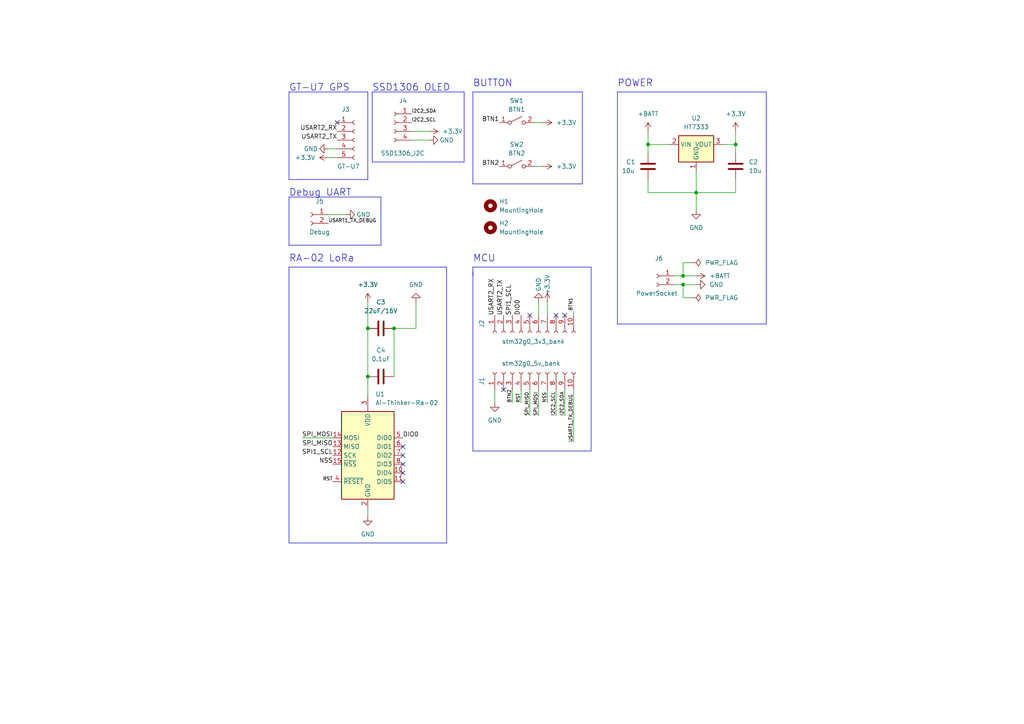
<source format=kicad_sch>
(kicad_sch (version 20230121) (generator eeschema)
  (paper "A4")
  (title_block (title "LoRa transmitter") (date "2023-09-23") (rev "0.1") (company "Michal Piekos"))
  (lib_symbols
    (symbol "Connector:Conn_01x02_Socket" (pin_names (offset 1.016) hide)
      (property "Reference" "J" (at 0 2.54 0))
      (property "Value" "Conn_01x02_Socket" (at 0 -5.08 0))
      (symbol "Conn_01x02_Socket_1_1"
        (arc (start 0 -2.032) (mid -0.5058 -2.54) (end 0 -3.048) (stroke (width 0.1524)))
        (polyline (pts (xy -1.27 -2.54) (xy -0.508 -2.54)) (stroke (width 0.1524)))
        (polyline (pts (xy -1.27 0) (xy -0.508 0)) (stroke (width 0.1524)))
        (arc (start 0 0.508) (mid -0.5058 0) (end 0 -0.508) (stroke (width 0.1524)))
        (pin passive line (at -5.08 0 0) (length 3.81) (name "Pin_1") (number "1"))
        (pin passive line (at -5.08 -2.54 0) (length 3.81) (name "Pin_2") (number "2"))
      )
    )
    (symbol "Connector:Conn_01x04_Socket" (pin_names (offset 1.016) hide)
      (property "Reference" "J" (at 0 5.08 0))
      (property "Value" "Conn_01x04_Socket" (at 0 -7.62 0))
      (symbol "Conn_01x04_Socket_1_1"
        (arc (start 0 -4.572) (mid -0.5058 -5.08) (end 0 -5.588) (stroke (width 0.1524)))
        (arc (start 0 -2.032) (mid -0.5058 -2.54) (end 0 -3.048) (stroke (width 0.1524)))
        (polyline (pts (xy -1.27 -5.08) (xy -0.508 -5.08)) (stroke (width 0.1524)))
        (polyline (pts (xy -1.27 -2.54) (xy -0.508 -2.54)) (stroke (width 0.1524)))
        (polyline (pts (xy -1.27 0) (xy -0.508 0)) (stroke (width 0.1524)))
        (polyline (pts (xy -1.27 2.54) (xy -0.508 2.54)) (stroke (width 0.1524)))
        (arc (start 0 0.508) (mid -0.5058 0) (end 0 -0.508) (stroke (width 0.1524)))
        (arc (start 0 3.048) (mid -0.5058 2.54) (end 0 2.032) (stroke (width 0.1524)))
        (pin passive line (at -5.08 2.54 0) (length 3.81) (name "Pin_1") (number "1"))
        (pin passive line (at -5.08 0 0) (length 3.81) (name "Pin_2") (number "2"))
        (pin passive line (at -5.08 -2.54 0) (length 3.81) (name "Pin_3") (number "3"))
        (pin passive line (at -5.08 -5.08 0) (length 3.81) (name "Pin_4") (number "4"))
      )
    )
    (symbol "Connector:Conn_01x05_Socket" (pin_names (offset 1.016) hide)
      (property "Reference" "J" (at 0 7.62 0))
      (property "Value" "Conn_01x05_Socket" (at 0 -7.62 0))
      (symbol "Conn_01x05_Socket_1_1"
        (arc (start 0 -4.572) (mid -0.5058 -5.08) (end 0 -5.588) (stroke (width 0.1524)))
        (arc (start 0 -2.032) (mid -0.5058 -2.54) (end 0 -3.048) (stroke (width 0.1524)))
        (polyline (pts (xy -1.27 -5.08) (xy -0.508 -5.08)) (stroke (width 0.1524)))
        (polyline (pts (xy -1.27 -2.54) (xy -0.508 -2.54)) (stroke (width 0.1524)))
        (polyline (pts (xy -1.27 0) (xy -0.508 0)) (stroke (width 0.1524)))
        (polyline (pts (xy -1.27 2.54) (xy -0.508 2.54)) (stroke (width 0.1524)))
        (polyline (pts (xy -1.27 5.08) (xy -0.508 5.08)) (stroke (width 0.1524)))
        (arc (start 0 0.508) (mid -0.5058 0) (end 0 -0.508) (stroke (width 0.1524)))
        (arc (start 0 3.048) (mid -0.5058 2.54) (end 0 2.032) (stroke (width 0.1524)))
        (arc (start 0 5.588) (mid -0.5058 5.08) (end 0 4.572) (stroke (width 0.1524)))
        (pin passive line (at -5.08 5.08 0) (length 3.81) (name "Pin_1") (number "1"))
        (pin passive line (at -5.08 2.54 0) (length 3.81) (name "Pin_2") (number "2"))
        (pin passive line (at -5.08 0 0) (length 3.81) (name "Pin_3") (number "3"))
        (pin passive line (at -5.08 -2.54 0) (length 3.81) (name "Pin_4") (number "4"))
        (pin passive line (at -5.08 -5.08 0) (length 3.81) (name "Pin_5") (number "5"))
      )
    )
    (symbol "Connector:Conn_01x10_Socket" (pin_names (offset 1.016) hide)
      (property "Reference" "J" (at 0 12.7 0))
      (property "Value" "Conn_01x10_Socket" (at 0 -15.24 0))
      (symbol "Conn_01x10_Socket_1_1"
        (arc (start 0 -12.192) (mid -0.5058 -12.7) (end 0 -13.208) (stroke (width 0.1524)))
        (arc (start 0 -9.652) (mid -0.5058 -10.16) (end 0 -10.668) (stroke (width 0.1524)))
        (arc (start 0 -7.112) (mid -0.5058 -7.62) (end 0 -8.128) (stroke (width 0.1524)))
        (arc (start 0 -4.572) (mid -0.5058 -5.08) (end 0 -5.588) (stroke (width 0.1524)))
        (arc (start 0 -2.032) (mid -0.5058 -2.54) (end 0 -3.048) (stroke (width 0.1524)))
        (polyline (pts (xy -1.27 -12.7) (xy -0.508 -12.7)) (stroke (width 0.1524)))
        (polyline (pts (xy -1.27 -10.16) (xy -0.508 -10.16)) (stroke (width 0.1524)))
        (polyline (pts (xy -1.27 -7.62) (xy -0.508 -7.62)) (stroke (width 0.1524)))
        (polyline (pts (xy -1.27 -5.08) (xy -0.508 -5.08)) (stroke (width 0.1524)))
        (polyline (pts (xy -1.27 -2.54) (xy -0.508 -2.54)) (stroke (width 0.1524)))
        (polyline (pts (xy -1.27 0) (xy -0.508 0)) (stroke (width 0.1524)))
        (polyline (pts (xy -1.27 2.54) (xy -0.508 2.54)) (stroke (width 0.1524)))
        (polyline (pts (xy -1.27 5.08) (xy -0.508 5.08)) (stroke (width 0.1524)))
        (polyline (pts (xy -1.27 7.62) (xy -0.508 7.62)) (stroke (width 0.1524)))
        (polyline (pts (xy -1.27 10.16) (xy -0.508 10.16)) (stroke (width 0.1524)))
        (arc (start 0 0.508) (mid -0.5058 0) (end 0 -0.508) (stroke (width 0.1524)))
        (arc (start 0 3.048) (mid -0.5058 2.54) (end 0 2.032) (stroke (width 0.1524)))
        (arc (start 0 5.588) (mid -0.5058 5.08) (end 0 4.572) (stroke (width 0.1524)))
        (arc (start 0 8.128) (mid -0.5058 7.62) (end 0 7.112) (stroke (width 0.1524)))
        (arc (start 0 10.668) (mid -0.5058 10.16) (end 0 9.652) (stroke (width 0.1524)))
        (pin passive line (at -5.08 10.16 0) (length 3.81) (name "Pin_1") (number "1"))
        (pin passive line (at -5.08 -12.7 0) (length 3.81) (name "Pin_10") (number "10"))
        (pin passive line (at -5.08 7.62 0) (length 3.81) (name "Pin_2") (number "2"))
        (pin passive line (at -5.08 5.08 0) (length 3.81) (name "Pin_3") (number "3"))
        (pin passive line (at -5.08 2.54 0) (length 3.81) (name "Pin_4") (number "4"))
        (pin passive line (at -5.08 0 0) (length 3.81) (name "Pin_5") (number "5"))
        (pin passive line (at -5.08 -2.54 0) (length 3.81) (name "Pin_6") (number "6"))
        (pin passive line (at -5.08 -5.08 0) (length 3.81) (name "Pin_7") (number "7"))
        (pin passive line (at -5.08 -7.62 0) (length 3.81) (name "Pin_8") (number "8"))
        (pin passive line (at -5.08 -10.16 0) (length 3.81) (name "Pin_9") (number "9"))
      )
    )
    (symbol "Device:C" (pin_numbers hide) (pin_names (offset 0.254))
      (property "Reference" "C" (at 0.635 2.54 0))
      (property "Value" "C" (at 0.635 -2.54 0))
      (symbol "C_0_1"
        (polyline (pts (xy -2.032 -0.762) (xy 2.032 -0.762)) (stroke (width 0.508)))
        (polyline (pts (xy -2.032 0.762) (xy 2.032 0.762)) (stroke (width 0.508)))
      )
      (symbol "C_1_1"
        (pin passive line (at 0 3.81 270) (length 2.794) (name "~") (number "1"))
        (pin passive line (at 0 -3.81 90) (length 2.794) (name "~") (number "2"))
      )
    )
    (symbol "Mechanical:MountingHole" (pin_names (offset 1.016))
      (property "Reference" "H" (at 0 5.08 0))
      (property "Value" "MountingHole" (at 0 3.175 0))
      (symbol "MountingHole_0_1"
        (circle (center 0 0) (radius 1.27) (stroke (width 1.27)))
      )
    )
    (symbol "RF_Module:Ai-Thinker-Ra-02"
      (property "Reference" "U" (at 2.54 19.05 0))
      (property "Value" "Ai-Thinker-Ra-02" (at 13.97 -15.24 0))
      (symbol "Ai-Thinker-Ra-02_0_1"
        (rectangle (start -7.62 12.7) (end 7.62 -12.7) (stroke (width 0.254)) (fill (type background)))
      )
      (symbol "Ai-Thinker-Ra-02_1_1"
        (pin passive line (at 0 -15.24 90) (length 2.54) hide (name "GND") (number "1"))
        (pin bidirectional line (at 10.16 -5.08 180) (length 2.54) (name "DIO4") (number "10"))
        (pin bidirectional line (at 10.16 -7.62 180) (length 2.54) (name "DIO5") (number "11"))
        (pin input line (at -10.16 0 0) (length 2.54) (name "SCK") (number "12"))
        (pin output line (at -10.16 2.54 0) (length 2.54) (name "MISO") (number "13"))
        (pin input line (at -10.16 5.08 0) (length 2.54) (name "MOSI") (number "14"))
        (pin input line (at -10.16 -2.54 0) (length 2.54) (name "~{NSS}") (number "15"))
        (pin passive line (at 0 -15.24 90) (length 2.54) hide (name "GND") (number "16"))
        (pin power_in line (at 0 -15.24 90) (length 2.54) (name "GND") (number "2"))
        (pin power_in line (at 0 17.78 270) (length 5.08) (name "VDD") (number "3"))
        (pin input line (at -10.16 -7.62 0) (length 2.54) (name "~{RESET}") (number "4"))
        (pin bidirectional line (at 10.16 5.08 180) (length 2.54) (name "DIO0") (number "5"))
        (pin bidirectional line (at 10.16 2.54 180) (length 2.54) (name "DIO1") (number "6"))
        (pin bidirectional line (at 10.16 0 180) (length 2.54) (name "DIO2") (number "7"))
        (pin bidirectional line (at 10.16 -2.54 180) (length 2.54) (name "DIO3") (number "8"))
        (pin passive line (at 0 -15.24 90) (length 2.54) hide (name "GND") (number "9"))
      )
    )
    (symbol "Regulator_Linear:HT75xx-1-SOT89"
      (property "Reference" "U" (at -5.08 -3.81 0))
      (property "Value" "HT75xx-1-SOT89" (at 0 6.35 0))
      (symbol "HT75xx-1-SOT89_0_1"
        (rectangle (start -5.08 5.08) (end 5.08 -2.54) (stroke (width 0.254)) (fill (type background)))
      )
      (symbol "HT75xx-1-SOT89_1_1"
        (pin power_in line (at 0 -5.08 90) (length 2.54) (name "GND") (number "1"))
        (pin power_in line (at -7.62 2.54 0) (length 2.54) (name "VIN") (number "2"))
        (pin power_out line (at 7.62 2.54 180) (length 2.54) (name "VOUT") (number "3"))
      )
    )
    (symbol "Switch:SW_SPST" (pin_names (offset 0) hide)
      (property "Reference" "SW" (at 0 3.175 0))
      (property "Value" "SW_SPST" (at 0 -2.54 0))
      (symbol "SW_SPST_0_0"
        (circle (center -2.032 0) (radius 0.508))
        (polyline (pts (xy -1.524 0.254) (xy 1.524 1.778)))
        (circle (center 2.032 0) (radius 0.508))
      )
      (symbol "SW_SPST_1_1"
        (pin passive line (at -5.08 0 0) (length 2.54) (name "A") (number "1"))
        (pin passive line (at 5.08 0 180) (length 2.54) (name "B") (number "2"))
      )
    )
    (symbol "power:+3.3V" (power) (pin_names (offset 0))
      (property "Value" "+3.3V" (at 0 3.556 0))
      (symbol "+3.3V_0_1"
        (polyline (pts (xy -0.762 1.27) (xy 0 2.54)))
        (polyline (pts (xy 0 0) (xy 0 2.54)))
        (polyline (pts (xy 0 2.54) (xy 0.762 1.27)))
      )
      (symbol "+3.3V_1_1"
        (pin power_in line (at 0 0 90) (length 0) hide (name "+3.3V") (number "1"))
      )
    )
    (symbol "power:+BATT" (power) (pin_names (offset 0))
      (property "Value" "+BATT" (at 0 3.556 0))
      (symbol "+BATT_0_1"
        (polyline (pts (xy -0.762 1.27) (xy 0 2.54)))
        (polyline (pts (xy 0 0) (xy 0 2.54)))
        (polyline (pts (xy 0 2.54) (xy 0.762 1.27)))
      )
      (symbol "+BATT_1_1"
        (pin power_in line (at 0 0 90) (length 0) hide (name "+BATT") (number "1"))
      )
    )
    (symbol "power:GND" (power) (pin_names (offset 0))
      (property "Value" "GND" (at 0 -3.81 0))
      (symbol "GND_0_1"
        (polyline (pts (xy 0 0) (xy 0 -1.27) (xy 1.27 -1.27) (xy 0 -2.54) (xy -1.27 -1.27) (xy 0 -1.27)))
      )
      (symbol "GND_1_1"
        (pin power_in line (at 0 0 270) (length 0) hide (name "GND") (number "1"))
      )
    )
    (symbol "power:PWR_FLAG" (power) (pin_numbers hide) (pin_names (offset 0) hide)
      (property "Value" "PWR_FLAG" (at 0 3.81 0))
      (symbol "PWR_FLAG_0_0"
        (pin power_out line (at 0 0 90) (length 0) (name "pwr") (number "1"))
      )
      (symbol "PWR_FLAG_0_1"
        (polyline (pts (xy 0 0) (xy 0 1.27) (xy -1.016 1.905) (xy 0 2.54) (xy 1.016 1.905) (xy 0 1.27)))
      )
    )
  )
  (junction (at 213.36 41.91))
  (junction (at 198.12 82.55))
  (junction (at 201.93 55.88))
  (junction (at 106.68 109.22))
  (junction (at 114.3 95.25))
  (junction (at 106.68 95.25))
  (junction (at 198.12 80.01))
  (junction (at 187.96 41.91))
  (no_connect (at 97.79 35.56))
  (no_connect (at 116.84 129.54))
  (no_connect (at 153.67 91.44))
  (no_connect (at 161.29 91.44))
  (no_connect (at 116.84 132.08))
  (no_connect (at 163.83 91.44))
  (no_connect (at 146.05 113.03))
  (no_connect (at 116.84 137.16))
  (no_connect (at 116.84 134.62))
  (no_connect (at 116.84 139.7))
  (wire (pts (xy 198.12 76.2) (xy 198.12 80.01)))
  (wire (pts (xy 95.25 62.23) (xy 100.33 62.23)))
  (polyline (pts (xy 83.82 78.74) (xy 83.82 157.48)))
  (polyline (pts (xy 137.16 26.67) (xy 168.91 26.67)))
  (wire (pts (xy 95.25 45.72) (xy 97.79 45.72)))
  (wire (pts (xy 201.93 49.53) (xy 201.93 55.88)))
  (wire (pts (xy 166.37 90.17) (xy 166.37 91.44)))
  (polyline (pts (xy 168.91 53.34) (xy 137.16 53.34)))
  (wire (pts (xy 120.65 87.63) (xy 120.65 95.25)))
  (wire (pts (xy 201.93 55.88) (xy 201.93 60.96)))
  (wire (pts (xy 198.12 86.36) (xy 198.12 82.55)))
  (wire (pts (xy 213.36 55.88) (xy 201.93 55.88)))
  (polyline (pts (xy 137.16 78.74) (xy 137.16 130.81)))
  (polyline (pts (xy 179.07 93.98) (xy 222.25 93.98)))
  (wire (pts (xy 154.94 35.56) (xy 157.48 35.56)))
  (wire (pts (xy 187.96 44.45) (xy 187.96 41.91)))
  (wire (pts (xy 213.36 41.91) (xy 213.36 44.45)))
  (wire (pts (xy 154.94 48.26) (xy 157.48 48.26)))
  (polyline (pts (xy 222.25 26.67) (xy 179.07 26.67)))
  (polyline (pts (xy 107.95 26.67) (xy 107.95 46.99)))
  (wire (pts (xy 200.66 76.2) (xy 198.12 76.2)))
  (polyline (pts (xy 137.16 77.47) (xy 137.16 80.01)))
  (wire (pts (xy 119.38 40.64) (xy 124.46 40.64)))
  (polyline (pts (xy 137.16 130.81) (xy 171.45 130.81)))
  (wire (pts (xy 200.66 86.36) (xy 198.12 86.36)))
  (wire (pts (xy 195.58 80.01) (xy 198.12 80.01)))
  (wire (pts (xy 148.59 116.84) (xy 148.59 113.03)))
  (wire (pts (xy 106.68 147.32) (xy 106.68 149.86)))
  (wire (pts (xy 114.3 95.25) (xy 114.3 109.22)))
  (wire (pts (xy 195.58 82.55) (xy 198.12 82.55)))
  (wire (pts (xy 213.36 52.07) (xy 213.36 55.88)))
  (polyline (pts (xy 107.95 46.99) (xy 134.62 46.99)))
  (polyline (pts (xy 107.95 26.67) (xy 134.62 26.67)))
  (wire (pts (xy 87.63 127) (xy 96.52 127)))
  (wire (pts (xy 158.75 87.63) (xy 158.75 91.44)))
  (polyline (pts (xy 83.82 157.48) (xy 129.54 157.48)))
  (polyline (pts (xy 129.54 77.47) (xy 83.82 77.47)))
  (polyline (pts (xy 83.82 77.47) (xy 83.82 78.74)))
  (polyline (pts (xy 83.82 57.15) (xy 83.82 71.12)))
  (wire (pts (xy 209.55 41.91) (xy 213.36 41.91)))
  (polyline (pts (xy 134.62 46.99) (xy 134.62 26.67)))
  (polyline (pts (xy 106.68 52.07) (xy 106.68 26.67)))
  (wire (pts (xy 153.67 120.65) (xy 153.67 113.03)))
  (polyline (pts (xy 129.54 157.48) (xy 129.54 77.47)))
  (wire (pts (xy 106.68 95.25) (xy 106.68 109.22)))
  (polyline (pts (xy 171.45 130.81) (xy 171.45 77.47)))
  (wire (pts (xy 163.83 120.65) (xy 163.83 113.03)))
  (wire (pts (xy 187.96 38.1) (xy 187.96 41.91)))
  (wire (pts (xy 106.68 87.63) (xy 106.68 95.25)))
  (wire (pts (xy 198.12 80.01) (xy 201.93 80.01)))
  (wire (pts (xy 95.25 43.18) (xy 97.79 43.18)))
  (polyline (pts (xy 83.82 57.15) (xy 110.49 57.15)))
  (polyline (pts (xy 83.82 26.67) (xy 83.82 52.07)))
  (wire (pts (xy 194.31 41.91) (xy 187.96 41.91)))
  (wire (pts (xy 156.21 120.65) (xy 156.21 113.03)))
  (polyline (pts (xy 83.82 26.67) (xy 106.68 26.67)))
  (polyline (pts (xy 137.16 26.67) (xy 137.16 53.34)))
  (polyline (pts (xy 222.25 93.98) (xy 222.25 26.67)))
  (polyline (pts (xy 179.07 26.67) (xy 179.07 93.98)))
  (wire (pts (xy 198.12 82.55) (xy 201.93 82.55)))
  (wire (pts (xy 166.37 128.27) (xy 166.37 113.03)))
  (polyline (pts (xy 110.49 57.15) (xy 110.49 71.12)))
  (wire (pts (xy 187.96 55.88) (xy 201.93 55.88)))
  (wire (pts (xy 151.13 116.84) (xy 151.13 113.03)))
  (wire (pts (xy 158.75 113.03) (xy 158.75 116.84)))
  (wire (pts (xy 120.65 95.25) (xy 114.3 95.25)))
  (wire (pts (xy 187.96 52.07) (xy 187.96 55.88)))
  (polyline (pts (xy 83.82 52.07) (xy 106.68 52.07)))
  (wire (pts (xy 106.68 109.22) (xy 106.68 114.3)))
  (polyline (pts (xy 171.45 77.47) (xy 137.16 77.47)))
  (polyline (pts (xy 168.91 26.67) (xy 168.91 53.34)))
  (wire (pts (xy 119.38 38.1) (xy 124.46 38.1)))
  (wire (pts (xy 213.36 38.1) (xy 213.36 41.91)))
  (wire (pts (xy 143.51 113.03) (xy 143.51 116.84)))
  (wire (pts (xy 156.21 87.63) (xy 156.21 91.44)))
  (polyline (pts (xy 110.49 71.12) (xy 83.82 71.12)))
  (wire (pts (xy 161.29 120.65) (xy 161.29 113.03)))
  (text "MCU" (at 137.16 76.2 0) (effects (font (size 2 2)) (justify left bottom)))
  (text "GT-U7 GPS" (at 83.82 26.67 0) (effects (font (size 2 2)) (justify left bottom)))
  (text "Debug UART" (at 83.82 57.15 0) (effects (font (size 2 2)) (justify left bottom)))
  (text "POWER" (at 179.07 25.4 0) (effects (font (size 2 2)) (justify left bottom)))
  (text "BUTTON" (at 137.16 25.4 0) (effects (font (size 2 2)) (justify left bottom)))
  (text "SSD1306 OLED" (at 107.95 26.67 0) (effects (font (size 2 2)) (justify left bottom)))
  (text "RA-02 LoRa" (at 83.82 76.2 0) (effects (font (size 2 2)) (justify left bottom)))
  (label "USART2_RX" (at 97.79 38.1 180))
  (label "I2C2_SCL" (at 161.29 120.65 90) (effects (font (size 1 1))))
  (label "BTN2" (at 148.59 116.84 90) (effects (font (size 1 1))))
  (label "BTN1" (at 144.78 35.56 180))
  (label "SPI_MISO" (at 96.52 129.54 180))
  (label "USART2_TX" (at 146.05 91.44 90))
  (label "RST" (at 151.13 116.84 90) (effects (font (size 1 1))))
  (label "NSS" (at 96.52 134.62 180))
  (label "I2C2_SDA" (at 163.83 120.65 90) (effects (font (size 1 1))))
  (label "NSS" (at 158.75 116.84 90) (effects (font (size 1 1))))
  (label "USART1_TX_DEBUG" (at 95.25 64.77 0) (effects (font (size 1 1))))
  (label "DIO0" (at 116.84 127 0))
  (label "BTN1" (at 166.37 90.17 90) (effects (font (size 1 1))))
  (label "SPI_MOSI" (at 87.63 127 0))
  (label "USART1_TX_DEBUG" (at 166.37 128.27 90) (effects (font (size 1 1))))
  (label "RST" (at 96.52 139.7 180) (effects (font (size 1 1))))
  (label "I2C2_SCL" (at 119.38 35.56 0) (effects (font (size 1 1))))
  (label "SPI1_SCL" (at 148.59 91.44 90))
  (label "BTN2" (at 144.78 48.26 180))
  (label "DIO0" (at 151.13 91.44 90))
  (label "I2C2_SDA" (at 119.38 33.02 0) (effects (font (size 1 1))))
  (label "SPI_MISO" (at 153.67 120.65 90) (effects (font (size 1 1))))
  (label "SPI1_SCL" (at 96.52 132.08 180))
  (label "USART2_RX" (at 143.51 91.44 90))
  (label "SPI_MOSI" (at 156.21 120.65 90) (effects (font (size 1 1))))
  (label "USART2_TX" (at 97.79 40.64 180))
  (symbol (lib_id "Device:C") (at 110.49 109.22 90) (unit 1)
    (property "Reference" "C4" (at 110.49 101.6 90))
    (property "Value" "0.1uF" (at 110.49 104.14 90))
    (property "Footprint" "Capacitor_SMD:C_0805_2012Metric_Pad1.18x1.45mm_HandSolder" (effects hide))
  )
  (symbol (lib_id "power:GND") (at 100.33 62.23 90) (mirror x) (unit 1)
    (property "Reference" "#PWR014" (effects hide))
    (property "Value" "GND" (at 105.41 62.23 90))
  )
  (symbol (lib_id "Connector:Conn_01x02_Socket") (at 190.5 80.01 0) (mirror y) (unit 1)
    (property "Reference" "J6" (at 191.135 74.93 0))
    (property "Value" "PowerSocket" (at 190.5 85.09 0))
    (property "Footprint" "Connector_PinHeader_2.54mm:PinHeader_1x02_P2.54mm_Vertical" (effects hide))
  )
  (symbol (lib_id "power:PWR_FLAG") (at 200.66 86.36 270) (unit 1)
    (property "Reference" "#FLG04" (effects hide))
    (property "Value" "PWR_FLAG" (at 204.47 86.36 90) (effects (justify left)))
  )
  (symbol (lib_id "Mechanical:MountingHole") (at 142.24 59.69 0) (unit 1)
    (property "Reference" "H1" (at 144.78 58.42 0) (effects (justify left)))
    (property "Value" "MountingHole" (at 144.78 60.96 0) (effects (justify left)))
    (property "Footprint" "MountingHole:MountingHole_3.2mm_M3_DIN965_Pad_TopBottom" (effects hide))
  )
  (symbol (lib_id "RF_Module:Ai-Thinker-Ra-02") (at 106.68 132.08 0) (unit 1)
    (property "Reference" "U1" (at 108.8741 114.3 0) (effects (justify left)))
    (property "Value" "Ai-Thinker-Ra-02" (at 108.8741 116.84 0) (effects (justify left)))
    (property "Footprint" "RF_Module:Ai-Thinker-Ra-01-LoRa" (effects hide))
    (property "Datasheet" "http://wiki.ai-thinker.com/_media/lora/docs/c048ps01a1_ra-02_product_specification_v1.1.pdf" (effects hide))
  )
  (symbol (lib_id "Device:C") (at 213.36 48.26 0) (unit 1)
    (property "Reference" "C2" (at 217.17 46.99 0) (effects (justify left)))
    (property "Value" "10u" (at 217.17 49.53 0) (effects (justify left)))
    (property "Footprint" "Capacitor_SMD:C_0805_2012Metric_Pad1.18x1.45mm_HandSolder" (effects hide))
  )
  (symbol (lib_id "Connector:Conn_01x10_Socket") (at 153.67 107.95 90) (unit 1)
    (property "Reference" "J1" (at 139.7 111.76 0) (effects (justify left)))
    (property "Value" "stm32g0_5v_bank" (at 162.56 105.41 90) (effects (justify left)))
    (property "Footprint" "Connector_PinHeader_2.54mm:PinHeader_1x10_P2.54mm_Vertical" (effects hide))
  )
  (symbol (lib_id "power:+3.3V") (at 157.48 35.56 270) (unit 1)
    (property "Reference" "#PWR08" (effects hide))
    (property "Value" "+3.3V" (at 161.29 35.56 90) (effects (justify left)))
  )
  (symbol (lib_id "Device:C") (at 187.96 48.26 0) (unit 1)
    (property "Reference" "C1" (at 181.61 46.99 0) (effects (justify left)))
    (property "Value" "10u" (at 180.34 49.53 0) (effects (justify left)))
    (property "Footprint" "Capacitor_SMD:C_0805_2012Metric_Pad1.18x1.45mm_HandSolder" (effects hide))
  )
  (symbol (lib_id "power:GND") (at 143.51 116.84 0) (unit 1)
    (property "Reference" "#PWR03" (effects hide))
    (property "Value" "GND" (at 143.51 121.92 0))
  )
  (symbol (lib_id "power:+3.3V") (at 124.46 38.1 270) (mirror x) (unit 1)
    (property "Reference" "#PWR013" (effects hide))
    (property "Value" "+3.3V" (at 128.27 38.1 90) (effects (justify left)))
  )
  (symbol (lib_id "power:GND") (at 106.68 149.86 0) (unit 1)
    (property "Reference" "#PWR06" (effects hide))
    (property "Value" "GND" (at 106.68 154.94 0))
  )
  (symbol (lib_id "Mechanical:MountingHole") (at 142.24 66.04 0) (unit 1)
    (property "Reference" "H2" (at 144.78 64.77 0) (effects (justify left)))
    (property "Value" "MountingHole" (at 144.78 67.31 0) (effects (justify left)))
    (property "Footprint" "MountingHole:MountingHole_3.2mm_M3_DIN965_Pad_TopBottom" (effects hide))
  )
  (symbol (lib_id "Regulator_Linear:HT75xx-1-SOT89") (at 201.93 44.45 0) (unit 1)
    (property "Reference" "U2" (at 201.93 34.29 0))
    (property "Value" "HT7333" (at 201.93 36.83 0))
    (property "Footprint" "Package_TO_SOT_SMD:SOT-89-3_Handsoldering" (effects hide))
    (property "Datasheet" "https://www.holtek.com/documents/10179/116711/HT75xx-1v250.pdf" (effects hide))
  )
  (symbol (lib_id "power:GND") (at 95.25 43.18 270) (unit 1)
    (property "Reference" "#PWR010" (effects hide))
    (property "Value" "GND" (at 90.17 43.18 90))
  )
  (symbol (lib_id "power:GND") (at 120.65 87.63 180) (unit 1)
    (property "Reference" "#PWR07" (effects hide))
    (property "Value" "GND" (at 120.65 82.55 0))
  )
  (symbol (lib_id "power:GND") (at 201.93 60.96 0) (unit 1)
    (property "Reference" "#PWR02" (effects hide))
    (property "Value" "GND" (at 201.93 66.04 0))
  )
  (symbol (lib_id "Device:C") (at 110.49 95.25 90) (unit 1)
    (property "Reference" "C3" (at 110.49 87.63 90))
    (property "Value" "22uF/16V" (at 110.49 90.17 90))
    (property "Footprint" "Capacitor_SMD:C_0805_2012Metric_Pad1.18x1.45mm_HandSolder" (effects hide))
  )
  (symbol (lib_id "Switch:SW_SPST") (at 149.86 35.56 0) (unit 1)
    (property "Reference" "SW1" (at 149.86 29.21 0))
    (property "Value" "BTN1" (at 149.86 31.75 0))
    (property "Footprint" "Button_Switch_THT:SW_PUSH_6mm" (effects hide))
  )
  (symbol (lib_id "power:+3.3V") (at 95.25 45.72 90) (unit 1)
    (property "Reference" "#PWR011" (effects hide))
    (property "Value" "+3.3V" (at 91.44 45.72 90) (effects (justify left)))
  )
  (symbol (lib_id "power:+3.3V") (at 106.68 87.63 0) (unit 1)
    (property "Reference" "#PWR05" (effects hide))
    (property "Value" "+3.3V" (at 106.68 82.55 0))
  )
  (symbol (lib_id "power:+3.3V") (at 157.48 48.26 270) (unit 1)
    (property "Reference" "#PWR09" (effects hide))
    (property "Value" "+3.3V" (at 161.29 48.26 90) (effects (justify left)))
  )
  (symbol (lib_id "power:GND") (at 201.93 82.55 90) (unit 1)
    (property "Reference" "#PWR016" (effects hide))
    (property "Value" "GND" (at 205.74 82.55 90) (effects (justify right)))
  )
  (symbol (lib_id "Connector:Conn_01x05_Socket") (at 102.87 40.64 0) (unit 1)
    (property "Reference" "J3" (at 99.06 31.75 0) (effects (justify left)))
    (property "Value" "GT-U7" (at 97.79 48.26 0) (effects (justify left)))
    (property "Footprint" "Connector_PinHeader_2.54mm:PinHeader_1x05_P2.54mm_Vertical" (effects hide))
  )
  (symbol (lib_id "power:GND") (at 124.46 40.64 90) (mirror x) (unit 1)
    (property "Reference" "#PWR012" (effects hide))
    (property "Value" "GND" (at 129.54 40.64 90))
  )
  (symbol (lib_id "Connector:Conn_01x02_Socket") (at 90.17 62.23 0) (mirror y) (unit 1)
    (property "Reference" "J5" (at 92.71 58.42 0))
    (property "Value" "Debug" (at 92.71 67.31 0))
    (property "Footprint" "Connector_PinHeader_2.54mm:PinHeader_1x02_P2.54mm_Vertical" (effects hide))
  )
  (symbol (lib_id "Connector:Conn_01x04_Socket") (at 114.3 35.56 0) (mirror y) (unit 1)
    (property "Reference" "J4" (at 118.11 29.21 0) (effects (justify left)))
    (property "Value" "SSD1306_I2C" (at 123.19 44.45 0) (effects (justify left)))
    (property "Footprint" "Connector_PinSocket_2.54mm:PinSocket_1x04_P2.54mm_Vertical" (effects hide))
  )
  (symbol (lib_id "power:+3.3V") (at 213.36 38.1 0) (unit 1)
    (property "Reference" "#PWR01" (effects hide))
    (property "Value" "+3.3V" (at 213.36 33.02 0))
  )
  (symbol (lib_id "power:GND") (at 156.21 87.63 180) (unit 1)
    (property "Reference" "#PWR018" (effects hide))
    (property "Value" "GND" (at 156.21 82.55 90))
  )
  (symbol (lib_id "power:PWR_FLAG") (at 200.66 76.2 270) (unit 1)
    (property "Reference" "#FLG03" (effects hide))
    (property "Value" "PWR_FLAG" (at 204.47 76.2 90) (effects (justify left)))
  )
  (symbol (lib_id "power:+BATT") (at 201.93 80.01 270) (unit 1)
    (property "Reference" "#PWR015" (effects hide))
    (property "Value" "+BATT" (at 205.74 80.01 90) (effects (justify left)))
  )
  (symbol (lib_id "Connector:Conn_01x10_Socket") (at 153.67 96.52 90) (mirror x) (unit 1)
    (property "Reference" "J2" (at 139.7 92.71 0) (effects (justify left)))
    (property "Value" "stm32g0_3v3_bank" (at 163.83 99.06 90) (effects (justify left)))
    (property "Footprint" "Connector_PinHeader_2.54mm:PinHeader_1x10_P2.54mm_Vertical" (effects hide))
  )
  (symbol (lib_id "power:+3.3V") (at 158.75 87.63 0) (unit 1)
    (property "Reference" "#PWR04" (effects hide))
    (property "Value" "+3.3V" (at 158.75 82.55 90))
  )
  (symbol (lib_id "power:+BATT") (at 187.96 38.1 0) (unit 1)
    (property "Reference" "#PWR017" (effects hide))
    (property "Value" "+BATT" (at 187.96 33.02 0))
  )
  (symbol (lib_id "Switch:SW_SPST") (at 149.86 48.26 0) (unit 1)
    (property "Reference" "SW2" (at 149.86 41.91 0))
    (property "Value" "BTN2" (at 149.86 44.45 0))
    (property "Footprint" "Button_Switch_THT:SW_PUSH_6mm" (effects hide))
  )
)
</source>
